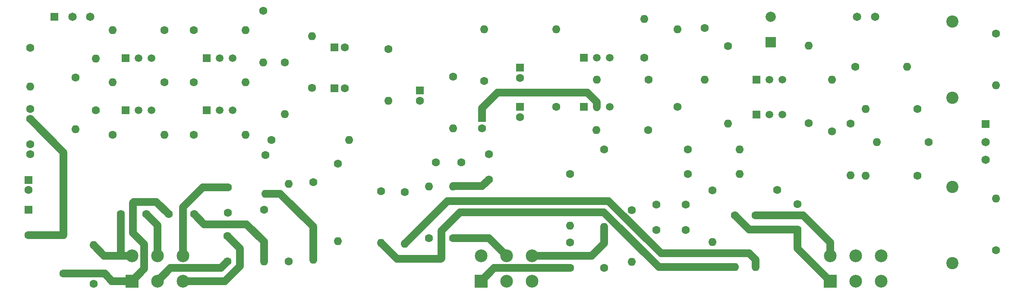
<source format=gbr>
%TF.GenerationSoftware,KiCad,Pcbnew,(6.0.7-1)-1*%
%TF.CreationDate,2023-01-17T23:08:22-05:00*%
%TF.ProjectId,2225_PE01,32323235-5f50-4453-9031-2e6b69636164,rev?*%
%TF.SameCoordinates,Original*%
%TF.FileFunction,Copper,L1,Top*%
%TF.FilePolarity,Positive*%
%FSLAX46Y46*%
G04 Gerber Fmt 4.6, Leading zero omitted, Abs format (unit mm)*
G04 Created by KiCad (PCBNEW (6.0.7-1)-1) date 2023-01-17 23:08:22*
%MOMM*%
%LPD*%
G01*
G04 APERTURE LIST*
%TA.AperFunction,ComponentPad*%
%ADD10R,1.650000X1.650000*%
%TD*%
%TA.AperFunction,ComponentPad*%
%ADD11C,1.650000*%
%TD*%
%TA.AperFunction,ComponentPad*%
%ADD12C,1.600000*%
%TD*%
%TA.AperFunction,ComponentPad*%
%ADD13O,1.600000X1.600000*%
%TD*%
%TA.AperFunction,ComponentPad*%
%ADD14R,1.500000X1.500000*%
%TD*%
%TA.AperFunction,ComponentPad*%
%ADD15C,1.500000*%
%TD*%
%TA.AperFunction,ComponentPad*%
%ADD16R,1.600000X1.600000*%
%TD*%
%TA.AperFunction,ComponentPad*%
%ADD17R,2.500000X2.500000*%
%TD*%
%TA.AperFunction,ComponentPad*%
%ADD18C,2.500000*%
%TD*%
%TA.AperFunction,ComponentPad*%
%ADD19C,2.400000*%
%TD*%
%TA.AperFunction,ComponentPad*%
%ADD20R,2.000000X2.000000*%
%TD*%
%TA.AperFunction,ComponentPad*%
%ADD21C,2.000000*%
%TD*%
%TA.AperFunction,Conductor*%
%ADD22C,1.500000*%
%TD*%
G04 APERTURE END LIST*
D10*
%TO.P,J1,1,Pin_1*%
%TO.N,Vin_R*%
X194000000Y-26121000D03*
D11*
%TO.P,J1,2,Pin_2*%
%TO.N,GND*%
X194000000Y-29621000D03*
%TO.P,J1,3,Pin_3*%
%TO.N,Vin_L*%
X194000000Y-33121000D03*
%TD*%
D12*
%TO.P,RE29,1*%
%TO.N,Net-(RE29-Pad1)*%
X84800000Y-48500000D03*
D13*
%TO.P,RE29,2*%
%TO.N,Net-(CE17-Pad1)*%
X84800000Y-38340000D03*
%TD*%
D12*
%TO.P,RE39,1*%
%TO.N,/HE5_B*%
X61800000Y-19000000D03*
D13*
%TO.P,RE39,2*%
%TO.N,/pwr*%
X61800000Y-8840000D03*
%TD*%
D12*
%TO.P,RE10,1*%
%TO.N,Net-(HE2-Pad2)*%
X126984500Y-13000000D03*
D13*
%TO.P,RE10,2*%
%TO.N,/pwr*%
X126984500Y-5380000D03*
%TD*%
D12*
%TO.P,CE8,1*%
%TO.N,Net-(CE8-Pad1)*%
X153134500Y-44071000D03*
%TO.P,CE8,2*%
%TO.N,Net-(CE8-Pad2)*%
X153134500Y-39071000D03*
%TD*%
%TO.P,CE9,1*%
%TO.N,Net-(CE9-Pad1)*%
X129384500Y-46900000D03*
%TO.P,CE9,2*%
%TO.N,Net-(CE17-Pad1)*%
X129384500Y-41900000D03*
%TD*%
D14*
%TO.P,HE3,1,E*%
%TO.N,/HE3_E*%
X115144500Y-22700000D03*
D15*
%TO.P,HE3,2,C*%
%TO.N,/HE3_C*%
X117684500Y-22700000D03*
%TO.P,HE3,3,B*%
%TO.N,/HE1_C*%
X120224500Y-22700000D03*
%TD*%
D16*
%TO.P,CE19,1*%
%TO.N,/HE5_B*%
X66244888Y-19021000D03*
D12*
%TO.P,CE19,2*%
%TO.N,Net-(CE17-Pad2)*%
X68244888Y-19021000D03*
%TD*%
D14*
%TO.P,HE4,1,E*%
%TO.N,Net-(CE4-Pad1)*%
X115144500Y-13000000D03*
D15*
%TO.P,HE4,2,C*%
%TO.N,Net-(CE6-Pad1)*%
X117684500Y-13000000D03*
%TO.P,HE4,3,B*%
%TO.N,Net-(HE2-Pad2)*%
X120224500Y-13000000D03*
%TD*%
D11*
%TO.P,J3,1,Pin_1*%
%TO.N,GND*%
X168784500Y-5000000D03*
%TO.P,J3,2,Pin_2*%
%TO.N,Vcc*%
X172284500Y-5000000D03*
%TD*%
D17*
%TO.P,RE52,1,1*%
%TO.N,Net-(CE11-Pad1)*%
X95000000Y-56950000D03*
D18*
%TO.P,RE52,2,2*%
%TO.N,Net-(RE29-Pad1)*%
X100000000Y-56950000D03*
%TO.P,RE52,3,3*%
%TO.N,Net-(CE11-Pad2)*%
X105000000Y-56950000D03*
%TO.P,RE52,4,4*%
%TO.N,Net-(CE12-Pad2)*%
X105000000Y-51950000D03*
%TO.P,RE52,5,5*%
%TO.N,Net-(RE30-Pad1)*%
X100000000Y-51950000D03*
%TO.P,RE52,6,6*%
%TO.N,Net-(CE12-Pad1)*%
X95000000Y-51950000D03*
%TD*%
D12*
%TO.P,CE13,1*%
%TO.N,Net-(CE13-Pad1)*%
X33700000Y-43800000D03*
%TO.P,CE13,2*%
%TO.N,Net-(CE13-Pad2)*%
X38700000Y-43800000D03*
%TD*%
D14*
%TO.P,HE8,1,E*%
%TO.N,Net-(CE22-Pad1)*%
X25280000Y-13110000D03*
D15*
%TO.P,HE8,2,C*%
%TO.N,Net-(HE6-Pad1)*%
X27820000Y-13110000D03*
%TO.P,HE8,3,B*%
%TO.N,Net-(HE6-Pad2)*%
X30360000Y-13110000D03*
%TD*%
D17*
%TO.P,RE53,1,1*%
%TO.N,Net-(CE13-Pad1)*%
X26500000Y-56950000D03*
D18*
%TO.P,RE53,2,2*%
%TO.N,Net-(CE13-Pad2)*%
X31500000Y-56950000D03*
%TO.P,RE53,3,3*%
%TO.N,Net-(CE15-Pad2)*%
X36500000Y-56950000D03*
%TO.P,RE53,4,4*%
%TO.N,Net-(CE16-Pad2)*%
X36500000Y-51950000D03*
%TO.P,RE53,5,5*%
%TO.N,Net-(CE14-Pad2)*%
X31500000Y-51950000D03*
%TO.P,RE53,6,6*%
%TO.N,Net-(CE14-Pad1)*%
X26500000Y-51950000D03*
%TD*%
D12*
%TO.P,CE16,1*%
%TO.N,Net-(CE14-Pad2)*%
X45284500Y-43500000D03*
%TO.P,CE16,2*%
%TO.N,Net-(CE16-Pad2)*%
X45284500Y-38500000D03*
%TD*%
%TO.P,RE15,1*%
%TO.N,/HE3_E*%
X109784500Y-22700000D03*
D13*
%TO.P,RE15,2*%
%TO.N,/pwr*%
X109784500Y-7460000D03*
%TD*%
D14*
%TO.P,HE7,1,E*%
%TO.N,Net-(CE21-Pad1)*%
X25280000Y-23410000D03*
D15*
%TO.P,HE7,2,C*%
%TO.N,Net-(HE5-Pad1)*%
X27820000Y-23410000D03*
%TO.P,HE7,3,B*%
%TO.N,Net-(HE5-Pad2)*%
X30360000Y-23410000D03*
%TD*%
D12*
%TO.P,RE8,1*%
%TO.N,GND*%
X182780000Y-29600000D03*
D13*
%TO.P,RE8,2*%
%TO.N,Net-(RE5-Pad1)*%
X172620000Y-29600000D03*
%TD*%
D12*
%TO.P,CE17,1*%
%TO.N,Net-(CE17-Pad1)*%
X91100000Y-33650000D03*
%TO.P,CE17,2*%
%TO.N,Net-(CE17-Pad2)*%
X86100000Y-33650000D03*
%TD*%
%TO.P,RE41,1*%
%TO.N,GND*%
X38620000Y-28200000D03*
D13*
%TO.P,RE41,2*%
%TO.N,/HE5_B*%
X48780000Y-28200000D03*
%TD*%
D12*
%TO.P,CE24,1*%
%TO.N,Net-(CE22-Pad2)*%
X6500000Y-32028408D03*
%TO.P,CE24,2*%
%TO.N,Vout_R*%
X6500000Y-30028408D03*
%TD*%
%TO.P,CE18,1*%
%TO.N,Net-(CE10-Pad2)*%
X96500000Y-37000000D03*
%TO.P,CE18,2*%
%TO.N,Net-(CE18-Pad2)*%
X96500000Y-32000000D03*
%TD*%
%TO.P,RE34,1*%
%TO.N,Net-(CE22-Pad2)*%
X19000000Y-57510000D03*
D13*
%TO.P,RE34,2*%
%TO.N,Net-(CE14-Pad1)*%
X19000000Y-49890000D03*
%TD*%
D12*
%TO.P,RE19,1*%
%TO.N,Net-(CE5-Pad2)*%
X135604500Y-35921000D03*
D13*
%TO.P,RE19,2*%
%TO.N,Net-(CE7-Pad2)*%
X145764500Y-35921000D03*
%TD*%
D12*
%TO.P,RE16,1*%
%TO.N,Net-(CE4-Pad1)*%
X95584500Y-17600000D03*
D13*
%TO.P,RE16,2*%
%TO.N,/pwr*%
X95584500Y-7440000D03*
%TD*%
D17*
%TO.P,RE51,1,1*%
%TO.N,Net-(CE7-Pad1)*%
X163500000Y-56950000D03*
D18*
%TO.P,RE51,2,2*%
%TO.N,Net-(CE9-Pad1)*%
X168500000Y-56950000D03*
%TO.P,RE51,3,3*%
%TO.N,Net-(CE7-Pad2)*%
X173500000Y-56950000D03*
%TO.P,RE51,4,4*%
%TO.N,Net-(CE8-Pad2)*%
X173500000Y-51950000D03*
%TO.P,RE51,5,5*%
%TO.N,Net-(CE10-Pad1)*%
X168500000Y-51950000D03*
%TO.P,RE51,6,6*%
%TO.N,Net-(CE8-Pad1)*%
X163500000Y-51950000D03*
%TD*%
D12*
%TO.P,CE10,1*%
%TO.N,Net-(CE10-Pad1)*%
X135134500Y-46900000D03*
%TO.P,CE10,2*%
%TO.N,Net-(CE10-Pad2)*%
X135134500Y-41900000D03*
%TD*%
%TO.P,RE27,1*%
%TO.N,Net-(CE11-Pad1)*%
X75400000Y-39320000D03*
D13*
%TO.P,RE27,2*%
%TO.N,Net-(CE21-Pad2)*%
X75400000Y-49480000D03*
%TD*%
D12*
%TO.P,RE50,1*%
%TO.N,Vout_R*%
X38620000Y-7600000D03*
D13*
%TO.P,RE50,2*%
%TO.N,GND*%
X48780000Y-7600000D03*
%TD*%
D12*
%TO.P,CE12,1*%
%TO.N,Net-(CE12-Pad1)*%
X119184500Y-54400000D03*
%TO.P,CE12,2*%
%TO.N,Net-(CE12-Pad2)*%
X119184500Y-49400000D03*
%TD*%
%TO.P,RE28,1*%
%TO.N,Net-(CE12-Pad1)*%
X80000000Y-39420000D03*
D13*
%TO.P,RE28,2*%
%TO.N,Net-(CE22-Pad2)*%
X80000000Y-49580000D03*
%TD*%
D14*
%TO.P,HE6,1,E*%
%TO.N,Net-(HE6-Pad1)*%
X41160000Y-13110000D03*
D15*
%TO.P,HE6,2,C*%
%TO.N,Net-(HE6-Pad2)*%
X43700000Y-13110000D03*
%TO.P,HE6,3,B*%
%TO.N,Net-(CE20-Pad1)*%
X46240000Y-13110000D03*
%TD*%
D13*
%TO.P,RE54,2*%
%TO.N,Vcc*%
X178580000Y-14800000D03*
D12*
%TO.P,RE54,1*%
%TO.N,/pwr*%
X168420000Y-14800000D03*
%TD*%
%TO.P,CE7,1*%
%TO.N,Net-(CE7-Pad1)*%
X157084500Y-46821000D03*
%TO.P,CE7,2*%
%TO.N,Net-(CE7-Pad2)*%
X157084500Y-41821000D03*
%TD*%
%TO.P,RE7,1*%
%TO.N,Net-(RE5-Pad1)*%
X159284500Y-25891000D03*
D13*
%TO.P,RE7,2*%
%TO.N,/pwr*%
X159284500Y-10651000D03*
%TD*%
D12*
%TO.P,RE23,1*%
%TO.N,Net-(CE7-Pad2)*%
X124534500Y-43000000D03*
D13*
%TO.P,RE23,2*%
%TO.N,Net-(CE9-Pad1)*%
X124534500Y-53160000D03*
%TD*%
D12*
%TO.P,RE13,1*%
%TO.N,/HE1_E*%
X127814500Y-27271000D03*
D13*
%TO.P,RE13,2*%
%TO.N,/HE3_C*%
X117654500Y-27271000D03*
%TD*%
D12*
%TO.P,RE14,1*%
%TO.N,Net-(HE2-Pad1)*%
X127864500Y-17321000D03*
D13*
%TO.P,RE14,2*%
%TO.N,Net-(CE6-Pad1)*%
X117704500Y-17321000D03*
%TD*%
D12*
%TO.P,RE3,1*%
%TO.N,Net-(CE1-Pad2)*%
X180614500Y-36200000D03*
D13*
%TO.P,RE3,2*%
%TO.N,/HE1_B*%
X170454500Y-36200000D03*
%TD*%
D19*
%TO.P,CE2,1*%
%TO.N,Vin_R*%
X187500000Y-20921000D03*
%TO.P,CE2,2*%
%TO.N,Net-(CE2-Pad2)*%
X187500000Y-5921000D03*
%TD*%
D14*
%TO.P,HE2,1,E*%
%TO.N,Net-(HE2-Pad1)*%
X149044500Y-17321000D03*
D15*
%TO.P,HE2,2,C*%
%TO.N,Net-(HE2-Pad2)*%
X151584500Y-17321000D03*
%TO.P,HE2,3,B*%
%TO.N,Net-(HE2-Pad3)*%
X154124500Y-17321000D03*
%TD*%
D12*
%TO.P,RE47,1*%
%TO.N,GND*%
X22740000Y-28200000D03*
D13*
%TO.P,RE47,2*%
%TO.N,Net-(HE5-Pad1)*%
X32900000Y-28200000D03*
%TD*%
D12*
%TO.P,RE17,1*%
%TO.N,GND*%
X89534500Y-16741000D03*
D13*
%TO.P,RE17,2*%
%TO.N,Net-(CE5-Pad2)*%
X89534500Y-26901000D03*
%TD*%
D12*
%TO.P,CE23,1*%
%TO.N,Net-(CE21-Pad2)*%
X6500000Y-25100000D03*
%TO.P,CE23,2*%
%TO.N,Vout_L*%
X6500000Y-23100000D03*
%TD*%
%TO.P,RE9,1*%
%TO.N,/HE1_C*%
X133534500Y-22700000D03*
D13*
%TO.P,RE9,2*%
%TO.N,/pwr*%
X133534500Y-7460000D03*
%TD*%
D12*
%TO.P,RE35,1*%
%TO.N,Net-(CE15-Pad2)*%
X52414287Y-42920000D03*
D13*
%TO.P,RE35,2*%
%TO.N,Net-(CE13-Pad2)*%
X52414287Y-53080000D03*
%TD*%
D16*
%TO.P,CE3,1*%
%TO.N,/HE3_E*%
X102600000Y-22700000D03*
D12*
%TO.P,CE3,2*%
%TO.N,GND*%
X102600000Y-24700000D03*
%TD*%
D20*
%TO.P,CE25,1*%
%TO.N,/pwr*%
X151834500Y-9971000D03*
D21*
%TO.P,CE25,2*%
%TO.N,GND*%
X151834500Y-4971000D03*
%TD*%
D12*
%TO.P,RE40,1*%
%TO.N,/pwr*%
X52300000Y-3840000D03*
D13*
%TO.P,RE40,2*%
%TO.N,Net-(CE20-Pad1)*%
X52300000Y-14000000D03*
%TD*%
D12*
%TO.P,CE15,1*%
%TO.N,Net-(CE13-Pad2)*%
X45234500Y-53100000D03*
%TO.P,CE15,2*%
%TO.N,Net-(CE15-Pad2)*%
X45234500Y-48100000D03*
%TD*%
%TO.P,RE18,1*%
%TO.N,GND*%
X76784500Y-11341000D03*
D13*
%TO.P,RE18,2*%
%TO.N,Net-(CE6-Pad2)*%
X76784500Y-21501000D03*
%TD*%
D12*
%TO.P,RE49,1*%
%TO.N,GND*%
X6500000Y-11090000D03*
D13*
%TO.P,RE49,2*%
%TO.N,Vout_L*%
X6500000Y-18710000D03*
%TD*%
D12*
%TO.P,RE44,1*%
%TO.N,Net-(HE6-Pad2)*%
X32900000Y-7600000D03*
D13*
%TO.P,RE44,2*%
%TO.N,Net-(CE22-Pad1)*%
X22740000Y-7600000D03*
%TD*%
D12*
%TO.P,RE1,1*%
%TO.N,GND*%
X196000000Y-50901000D03*
D13*
%TO.P,RE1,2*%
%TO.N,Vin_L*%
X196000000Y-40741000D03*
%TD*%
D12*
%TO.P,RE21,1*%
%TO.N,Net-(CE7-Pad1)*%
X144784500Y-44041000D03*
D13*
%TO.P,RE21,2*%
%TO.N,Net-(CE21-Pad2)*%
X144784500Y-54201000D03*
%TD*%
D12*
%TO.P,RE43,1*%
%TO.N,Net-(HE5-Pad2)*%
X32900000Y-17900000D03*
D13*
%TO.P,RE43,2*%
%TO.N,Net-(CE21-Pad1)*%
X22740000Y-17900000D03*
%TD*%
D16*
%TO.P,CE22,1*%
%TO.N,Net-(CE22-Pad1)*%
X6200000Y-37046591D03*
D12*
%TO.P,CE22,2*%
%TO.N,Net-(CE22-Pad2)*%
X6200000Y-39046591D03*
%TD*%
%TO.P,RE32,1*%
%TO.N,Net-(CE16-Pad2)*%
X53880000Y-29221000D03*
D13*
%TO.P,RE32,2*%
%TO.N,Net-(CE6-Pad2)*%
X69120000Y-29221000D03*
%TD*%
D12*
%TO.P,RE22,1*%
%TO.N,Net-(CE8-Pad1)*%
X148884500Y-44041000D03*
D13*
%TO.P,RE22,2*%
%TO.N,Net-(CE22-Pad2)*%
X148884500Y-54201000D03*
%TD*%
D16*
%TO.P,CE4,1*%
%TO.N,Net-(CE4-Pad1)*%
X102600000Y-15000000D03*
D12*
%TO.P,CE4,2*%
%TO.N,GND*%
X102600000Y-17000000D03*
%TD*%
%TO.P,RE30,1*%
%TO.N,Net-(RE30-Pad1)*%
X89500000Y-48500000D03*
D13*
%TO.P,RE30,2*%
%TO.N,Net-(CE10-Pad2)*%
X89500000Y-38340000D03*
%TD*%
D10*
%TO.P,J2,1,Pin_1*%
%TO.N,Vout_L*%
X11300000Y-5000000D03*
D11*
%TO.P,J2,2,Pin_2*%
%TO.N,GND*%
X14800000Y-5000000D03*
%TO.P,J2,3,Pin_3*%
%TO.N,Vout_R*%
X18300000Y-5000000D03*
%TD*%
D12*
%TO.P,RE2,1*%
%TO.N,GND*%
X196000000Y-8341000D03*
D13*
%TO.P,RE2,2*%
%TO.N,Vin_R*%
X196000000Y-18501000D03*
%TD*%
D12*
%TO.P,RE48,1*%
%TO.N,Net-(HE6-Pad1)*%
X38620000Y-17900000D03*
D13*
%TO.P,RE48,2*%
%TO.N,GND*%
X48780000Y-17900000D03*
%TD*%
D12*
%TO.P,RE12,1*%
%TO.N,GND*%
X138834500Y-7241000D03*
D13*
%TO.P,RE12,2*%
%TO.N,Net-(HE2-Pad1)*%
X138834500Y-17401000D03*
%TD*%
D12*
%TO.P,RE26,1*%
%TO.N,Net-(CE6-Pad2)*%
X119184500Y-31100000D03*
D13*
%TO.P,RE26,2*%
%TO.N,Net-(CE12-Pad2)*%
X119184500Y-46340000D03*
%TD*%
D12*
%TO.P,RE6,1*%
%TO.N,Net-(RE5-Pad1)*%
X163884500Y-27481000D03*
D13*
%TO.P,RE6,2*%
%TO.N,Net-(HE2-Pad3)*%
X163884500Y-17321000D03*
%TD*%
D16*
%TO.P,CE5,1*%
%TO.N,/HE3_C*%
X95184500Y-24915888D03*
D12*
%TO.P,CE5,2*%
%TO.N,Net-(CE5-Pad2)*%
X95184500Y-26915888D03*
%TD*%
%TO.P,RE11,1*%
%TO.N,GND*%
X143484500Y-10780000D03*
D13*
%TO.P,RE11,2*%
%TO.N,/HE1_E*%
X143484500Y-26020000D03*
%TD*%
D12*
%TO.P,RE24,1*%
%TO.N,Net-(CE8-Pad2)*%
X140434500Y-39091000D03*
D13*
%TO.P,RE24,2*%
%TO.N,Net-(CE10-Pad1)*%
X140434500Y-49251000D03*
%TD*%
D12*
%TO.P,RE4,1*%
%TO.N,Net-(CE2-Pad2)*%
X180614500Y-23100000D03*
D13*
%TO.P,RE4,2*%
%TO.N,Net-(HE2-Pad3)*%
X170454500Y-23100000D03*
%TD*%
D12*
%TO.P,RE37,1*%
%TO.N,Net-(CE13-Pad2)*%
X57242858Y-53050000D03*
D13*
%TO.P,RE37,2*%
%TO.N,Net-(CE17-Pad2)*%
X57242858Y-37810000D03*
%TD*%
D12*
%TO.P,RE38,1*%
%TO.N,Net-(CE18-Pad2)*%
X62071429Y-37520000D03*
D13*
%TO.P,RE38,2*%
%TO.N,Net-(CE14-Pad2)*%
X62071429Y-52760000D03*
%TD*%
D16*
%TO.P,CE21,1*%
%TO.N,Net-(CE21-Pad1)*%
X6200000Y-42900000D03*
D12*
%TO.P,CE21,2*%
%TO.N,Net-(CE21-Pad2)*%
X6200000Y-47900000D03*
%TD*%
%TO.P,RE31,1*%
%TO.N,Net-(CE5-Pad2)*%
X66900000Y-33900000D03*
D13*
%TO.P,RE31,2*%
%TO.N,Net-(CE15-Pad2)*%
X66900000Y-49140000D03*
%TD*%
D12*
%TO.P,RE20,1*%
%TO.N,Net-(CE6-Pad2)*%
X135604500Y-31100000D03*
D13*
%TO.P,RE20,2*%
%TO.N,Net-(CE8-Pad2)*%
X145764500Y-31100000D03*
%TD*%
D14*
%TO.P,HE5,1,E*%
%TO.N,Net-(HE5-Pad1)*%
X41160000Y-23410000D03*
D15*
%TO.P,HE5,2,C*%
%TO.N,Net-(HE5-Pad2)*%
X43700000Y-23410000D03*
%TO.P,HE5,3,B*%
%TO.N,/HE5_B*%
X46240000Y-23410000D03*
%TD*%
D12*
%TO.P,RE36,1*%
%TO.N,Net-(CE16-Pad2)*%
X52684500Y-32161000D03*
D13*
%TO.P,RE36,2*%
%TO.N,Net-(CE14-Pad2)*%
X52684500Y-39781000D03*
%TD*%
D12*
%TO.P,RE5,1*%
%TO.N,Net-(RE5-Pad1)*%
X167534500Y-26020000D03*
D13*
%TO.P,RE5,2*%
%TO.N,/HE1_B*%
X167534500Y-36180000D03*
%TD*%
D19*
%TO.P,CE1,1*%
%TO.N,Vin_L*%
X187500000Y-38400000D03*
%TO.P,CE1,2*%
%TO.N,Net-(CE1-Pad2)*%
X187500000Y-53400000D03*
%TD*%
D12*
%TO.P,CE11,1*%
%TO.N,Net-(CE11-Pad1)*%
X112484500Y-54400000D03*
%TO.P,CE11,2*%
%TO.N,Net-(CE11-Pad2)*%
X112484500Y-49400000D03*
%TD*%
%TO.P,RE46,1*%
%TO.N,/pwr*%
X15400000Y-16900000D03*
D13*
%TO.P,RE46,2*%
%TO.N,Net-(CE22-Pad1)*%
X15400000Y-27060000D03*
%TD*%
D12*
%TO.P,RE33,1*%
%TO.N,Net-(CE13-Pad1)*%
X13100000Y-55500000D03*
D13*
%TO.P,RE33,2*%
%TO.N,Net-(CE21-Pad2)*%
X13100000Y-47880000D03*
%TD*%
D16*
%TO.P,CE20,1*%
%TO.N,Net-(CE20-Pad1)*%
X66244888Y-11000000D03*
D12*
%TO.P,CE20,2*%
%TO.N,Net-(CE18-Pad2)*%
X68244888Y-11000000D03*
%TD*%
%TO.P,RE25,1*%
%TO.N,Net-(CE5-Pad2)*%
X112484500Y-35920000D03*
D13*
%TO.P,RE25,2*%
%TO.N,Net-(CE11-Pad2)*%
X112484500Y-46080000D03*
%TD*%
%TO.P,RE45,2*%
%TO.N,/pwr*%
X19400000Y-13220000D03*
D12*
%TO.P,RE45,1*%
%TO.N,Net-(CE21-Pad1)*%
X19400000Y-23380000D03*
%TD*%
%TO.P,RE42,1*%
%TO.N,Net-(CE20-Pad1)*%
X56500000Y-14000000D03*
D13*
%TO.P,RE42,2*%
%TO.N,GND*%
X56500000Y-24160000D03*
%TD*%
D14*
%TO.P,HE1,1,E*%
%TO.N,/HE1_E*%
X149044500Y-24200000D03*
D15*
%TO.P,HE1,2,C*%
%TO.N,/HE1_C*%
X151584500Y-24200000D03*
%TO.P,HE1,3,B*%
%TO.N,/HE1_B*%
X154124500Y-24200000D03*
%TD*%
D16*
%TO.P,CE6,1*%
%TO.N,Net-(CE6-Pad1)*%
X83034500Y-19500000D03*
D12*
%TO.P,CE6,2*%
%TO.N,Net-(CE6-Pad2)*%
X83034500Y-21500000D03*
%TD*%
%TO.P,CE14,1*%
%TO.N,Net-(CE14-Pad1)*%
X24300000Y-43800000D03*
%TO.P,CE14,2*%
%TO.N,Net-(CE14-Pad2)*%
X29300000Y-43800000D03*
%TD*%
D22*
%TO.N,Net-(CE10-Pad2)*%
X95200000Y-38300000D02*
X89520000Y-38300000D01*
X89520000Y-38300000D02*
X89500000Y-38320000D01*
X96500000Y-37000000D02*
X95200000Y-38300000D01*
%TO.N,Net-(CE21-Pad2)*%
X119100000Y-43400000D02*
X129901000Y-54201000D01*
X78520000Y-52600000D02*
X87100000Y-52600000D01*
X6200000Y-47900000D02*
X13080000Y-47900000D01*
X13100000Y-31700000D02*
X13100000Y-47880000D01*
X75400000Y-49480000D02*
X78520000Y-52600000D01*
X87200000Y-52500000D02*
X87200000Y-47100000D01*
X6500000Y-25100000D02*
X13100000Y-31700000D01*
X87200000Y-47100000D02*
X90900000Y-43400000D01*
X90900000Y-43400000D02*
X119100000Y-43400000D01*
X87100000Y-52600000D02*
X87200000Y-52500000D01*
X129901000Y-54201000D02*
X144784500Y-54201000D01*
%TO.N,Net-(CE22-Pad2)*%
X148884500Y-52784500D02*
X148884500Y-54201000D01*
X130300000Y-51500000D02*
X147600000Y-51500000D01*
X120000000Y-41200000D02*
X130300000Y-51500000D01*
X80020000Y-49580000D02*
X88400000Y-41200000D01*
X147600000Y-51500000D02*
X148884500Y-52784500D01*
X80000000Y-49580000D02*
X80020000Y-49580000D01*
X88400000Y-41200000D02*
X120000000Y-41200000D01*
%TO.N,/HE3_C*%
X98200000Y-19900000D02*
X95184500Y-22915500D01*
X117684500Y-21720340D02*
X115864160Y-19900000D01*
X115864160Y-19900000D02*
X98200000Y-19900000D01*
X95184500Y-22915500D02*
X95184500Y-24915888D01*
X117684500Y-22781000D02*
X117684500Y-21720340D01*
%TO.N,Net-(CE7-Pad1)*%
X144784500Y-44041000D02*
X147564500Y-46821000D01*
X157084500Y-50534500D02*
X157084500Y-46821000D01*
X147564500Y-46821000D02*
X157084500Y-46821000D01*
X163500000Y-56950000D02*
X157084500Y-50534500D01*
%TO.N,Net-(CE8-Pad1)*%
X153134500Y-44071000D02*
X148914500Y-44071000D01*
X153134500Y-44071000D02*
X158184500Y-44071000D01*
X163500000Y-49386500D02*
X163500000Y-51950000D01*
X158184500Y-44071000D02*
X163500000Y-49386500D01*
%TO.N,Net-(CE11-Pad1)*%
X97550000Y-54400000D02*
X112384500Y-54400000D01*
X95000000Y-56950000D02*
X97550000Y-54400000D01*
%TO.N,Net-(CE12-Pad2)*%
X105000000Y-51950000D02*
X116734500Y-51950000D01*
X119184500Y-49500000D02*
X119184500Y-46340000D01*
X116734500Y-51950000D02*
X119184500Y-49500000D01*
%TO.N,Net-(CE13-Pad1)*%
X28900000Y-49700000D02*
X28900000Y-54550000D01*
X26900000Y-41400000D02*
X26700000Y-41600000D01*
X28900000Y-54550000D02*
X26500000Y-56950000D01*
X26700000Y-41600000D02*
X26700000Y-47500000D01*
X31300000Y-41400000D02*
X26900000Y-41400000D01*
X33700000Y-43800000D02*
X31300000Y-41400000D01*
X21210000Y-55500000D02*
X13200000Y-55500000D01*
X26700000Y-47500000D02*
X28900000Y-49700000D01*
X22550000Y-56950000D02*
X21210000Y-55500000D01*
X26500000Y-56950000D02*
X22550000Y-56950000D01*
%TO.N,Net-(CE13-Pad2)*%
X38700000Y-43800000D02*
X40700000Y-45800000D01*
X31500000Y-56950000D02*
X34050000Y-54400000D01*
X43934500Y-54400000D02*
X45234500Y-53100000D01*
X49000000Y-45800000D02*
X52414287Y-49214287D01*
X40700000Y-45800000D02*
X49000000Y-45800000D01*
X34050000Y-54400000D02*
X43934500Y-54400000D01*
X52414287Y-49214287D02*
X52414287Y-53080000D01*
%TO.N,Net-(CE14-Pad1)*%
X24300000Y-51700000D02*
X24050000Y-51950000D01*
X24300000Y-43800000D02*
X24300000Y-51700000D01*
X24050000Y-51950000D02*
X21060000Y-51950000D01*
X26500000Y-51950000D02*
X24050000Y-51950000D01*
X21060000Y-51950000D02*
X19000000Y-49890000D01*
%TO.N,Net-(CE14-Pad2)*%
X55581000Y-39781000D02*
X52684500Y-39781000D01*
X62071429Y-46271429D02*
X55581000Y-39781000D01*
X29300000Y-43800000D02*
X31500000Y-46000000D01*
X62071429Y-52760000D02*
X62071429Y-46271429D01*
X31500000Y-46000000D02*
X31500000Y-51950000D01*
%TO.N,Net-(CE15-Pad2)*%
X44750000Y-56950000D02*
X47700000Y-54000000D01*
X47700000Y-50565500D02*
X45234500Y-48100000D01*
X47700000Y-54000000D02*
X47700000Y-50565500D01*
X36500000Y-56950000D02*
X44750000Y-56950000D01*
%TO.N,Net-(CE16-Pad2)*%
X36500000Y-42400000D02*
X36500000Y-51950000D01*
X40400000Y-38500000D02*
X36500000Y-42400000D01*
X45284500Y-38500000D02*
X40400000Y-38500000D01*
%TO.N,Net-(RE30-Pad1)*%
X96550000Y-48500000D02*
X100000000Y-51950000D01*
X89520000Y-48500000D02*
X96550000Y-48500000D01*
%TD*%
M02*

</source>
